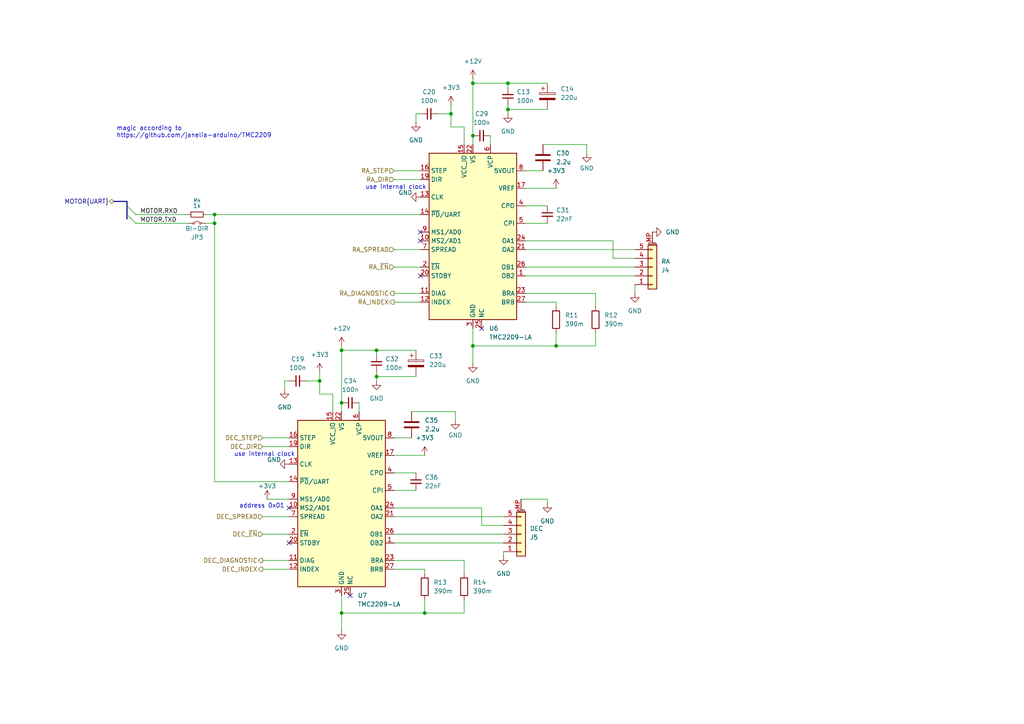
<source format=kicad_sch>
(kicad_sch (version 20250114) (generator "eeschema") (generator_version "9.0")
  (paper "A4")
  (lib_symbols
    (symbol "Connector_Generic_MountingPin:Conn_01x05_MountingPin" (pin_names (offset 1.016) (hide yes))
      (property "Reference" "J" (at 0 7.62 0))
      (property "Value" "Conn_01x05_MountingPin" (at 1.27 -7.62 0))
      (symbol "Conn_01x05_MountingPin_1_1"
        (rectangle (start -1.27 6.35) (end 1.27 -6.35) (stroke (width 0.254)) (fill (type background)))
        (rectangle (start -1.27 5.207) (end 0 4.953) (stroke (width 0.1524)))
        (rectangle (start -1.27 2.667) (end 0 2.413) (stroke (width 0.1524)))
        (rectangle (start -1.27 0.127) (end 0 -0.127) (stroke (width 0.1524)))
        (rectangle (start -1.27 -2.413) (end 0 -2.667) (stroke (width 0.1524)))
        (rectangle (start -1.27 -4.953) (end 0 -5.207) (stroke (width 0.1524)))
        (polyline (pts (xy -1.016 -7.112) (xy 1.016 -7.112)) (stroke (width 0.1524)))
        (text "Mounting" (at 0 -6.731 0) (effects (font (size 0.381 0.381))))
        (pin passive line (at -5.08 5.08 0) (length 3.81) (name "Pin_1") (number "1"))
        (pin passive line (at -5.08 2.54 0) (length 3.81) (name "Pin_2") (number "2"))
        (pin passive line (at -5.08 0 0) (length 3.81) (name "Pin_3") (number "3"))
        (pin passive line (at -5.08 -2.54 0) (length 3.81) (name "Pin_4") (number "4"))
        (pin passive line (at -5.08 -5.08 0) (length 3.81) (name "Pin_5") (number "5"))
        (pin passive line (at 0 -10.16 90) (length 3.048) (name "MountPin") (number "MP"))
      )
    )
    (symbol "Device:C" (pin_numbers (hide yes)) (pin_names (offset 0.254))
      (property "Reference" "C" (at 0.635 2.54 0))
      (property "Value" "C" (at 0.635 -2.54 0))
      (symbol "C_0_1"
        (polyline (pts (xy -2.032 0.762) (xy 2.032 0.762)) (stroke (width 0.508)))
        (polyline (pts (xy -2.032 -0.762) (xy 2.032 -0.762)) (stroke (width 0.508)))
      )
      (symbol "C_1_1"
        (pin passive line (at 0 3.81 270) (length 2.794) (name "~") (number "1"))
        (pin passive line (at 0 -3.81 90) (length 2.794) (name "~") (number "2"))
      )
    )
    (symbol "Device:C_Polarized" (pin_numbers (hide yes)) (pin_names (offset 0.254))
      (property "Reference" "C" (at 0.635 2.54 0))
      (property "Value" "C_Polarized" (at 0.635 -2.54 0))
      (symbol "C_Polarized_0_1"
        (rectangle (start -2.286 0.508) (end 2.286 1.016))
        (polyline (pts (xy -1.778 2.286) (xy -0.762 2.286)))
        (polyline (pts (xy -1.27 2.794) (xy -1.27 1.778)))
        (rectangle (start 2.286 -0.508) (end -2.286 -1.016) (fill (type outline)))
      )
      (symbol "C_Polarized_1_1"
        (pin passive line (at 0 3.81 270) (length 2.794) (name "~") (number "1"))
        (pin passive line (at 0 -3.81 90) (length 2.794) (name "~") (number "2"))
      )
    )
    (symbol "Device:C_Small" (pin_numbers (hide yes)) (pin_names (offset 0.254) (hide yes))
      (property "Reference" "C" (at 0.254 1.778 0))
      (property "Value" "C_Small" (at 0.254 -2.032 0))
      (symbol "C_Small_0_1"
        (polyline (pts (xy -1.524 0.508) (xy 1.524 0.508)) (stroke (width 0.3048)))
        (polyline (pts (xy -1.524 -0.508) (xy 1.524 -0.508)) (stroke (width 0.3302)))
      )
      (symbol "C_Small_1_1"
        (pin passive line (at 0 2.54 270) (length 2.032) (name "~") (number "1"))
        (pin passive line (at 0 -2.54 90) (length 2.032) (name "~") (number "2"))
      )
    )
    (symbol "Device:R" (pin_numbers (hide yes)) (pin_names (offset 0))
      (property "Reference" "R" (at 2.032 0 90))
      (property "Value" "R" (at 0 0 90))
      (symbol "R_0_1"
        (rectangle (start -1.016 -2.54) (end 1.016 2.54) (stroke (width 0.254)))
      )
      (symbol "R_1_1"
        (pin passive line (at 0 3.81 270) (length 1.27) (name "~") (number "1"))
        (pin passive line (at 0 -3.81 90) (length 1.27) (name "~") (number "2"))
      )
    )
    (symbol "Device:R_Small" (pin_numbers (hide yes)) (pin_names (offset 0.254) (hide yes))
      (property "Reference" "R" (at 0 0 90))
      (property "Value" "R_Small" (at 1.778 0 90))
      (symbol "R_Small_0_1"
        (rectangle (start -0.762 1.778) (end 0.762 -1.778) (stroke (width 0.2032)))
      )
      (symbol "R_Small_1_1"
        (pin passive line (at 0 2.54 270) (length 0.762) (name "~") (number "1"))
        (pin passive line (at 0 -2.54 90) (length 0.762) (name "~") (number "2"))
      )
    )
    (symbol "Driver_Motor:TMC2209-LA"
      (property "Reference" "U" (at -11.684 26.924 0))
      (property "Value" "TMC2209-LA" (at 13.208 26.924 0))
      (symbol "TMC2209-LA_0_1"
        (rectangle (start -12.7 25.4) (end 12.7 -22.86) (stroke (width 0.254)) (fill (type background)))
      )
      (symbol "TMC2209-LA_1_1"
        (pin input line (at -15.24 20.32 0) (length 2.54) (name "STEP") (number "16"))
        (pin input line (at -15.24 17.78 0) (length 2.54) (name "DIR") (number "19"))
        (pin input line (at -15.24 12.7 0) (length 2.54) (name "CLK") (number "13"))
        (pin bidirectional line (at -15.24 7.62 0) (length 2.54) (name "~{PD}/UART") (number "14"))
        (pin input line (at -15.24 2.54 0) (length 2.54) (name "MS1/AD0") (number "9"))
        (pin input line (at -15.24 0 0) (length 2.54) (name "MS2/AD1") (number "10"))
        (pin input line (at -15.24 -2.54 0) (length 2.54) (name "SPREAD") (number "7"))
        (pin input line (at -15.24 -7.62 0) (length 2.54) (name "~{EN}") (number "2"))
        (pin input line (at -15.24 -10.16 0) (length 2.54) (name "STDBY") (number "20"))
        (pin output line (at -15.24 -15.24 0) (length 2.54) (name "DIAG") (number "11"))
        (pin output line (at -15.24 -17.78 0) (length 2.54) (name "INDEX") (number "12"))
        (pin power_in line (at -2.54 27.94 270) (length 2.54) (name "VCC_IO") (number "15"))
        (pin power_in line (at 0 27.94 270) (length 2.54) (name "VS") (number "22"))
        (pin passive line (at 0 27.94 270) (length 2.54) (hide yes) (name "VS") (number "28"))
        (pin passive line (at 0 -25.4 90) (length 2.54) (hide yes) (name "GND") (number "18"))
        (pin passive line (at 0 -25.4 90) (length 2.54) (hide yes) (name "GND") (number "29"))
        (pin power_in line (at 0 -25.4 90) (length 2.54) (name "GND") (number "3"))
        (pin passive line (at 2.54 -25.4 90) (length 2.54) (name "NC") (number "25"))
        (pin output line (at 5.08 27.94 270) (length 2.54) (name "VCP") (number "6"))
        (pin power_out line (at 15.24 20.32 180) (length 2.54) (name "5VOUT") (number "8"))
        (pin passive line (at 15.24 15.24 180) (length 2.54) (name "VREF") (number "17"))
        (pin input line (at 15.24 10.16 180) (length 2.54) (name "CPO") (number "4"))
        (pin input line (at 15.24 5.08 180) (length 2.54) (name "CPI") (number "5"))
        (pin output line (at 15.24 0 180) (length 2.54) (name "OA1") (number "24"))
        (pin output line (at 15.24 -2.54 180) (length 2.54) (name "OA2") (number "21"))
        (pin output line (at 15.24 -7.62 180) (length 2.54) (name "OB1") (number "26"))
        (pin output line (at 15.24 -10.16 180) (length 2.54) (name "OB2") (number "1"))
        (pin input line (at 15.24 -15.24 180) (length 2.54) (name "BRA") (number "23"))
        (pin input line (at 15.24 -17.78 180) (length 2.54) (name "BRB") (number "27"))
      )
    )
    (symbol "Jumper:Jumper_2_Small_Bridged" (pin_numbers (hide yes)) (pin_names (offset 0) (hide yes))
      (property "Reference" "JP" (at 0 2.032 0))
      (property "Value" "Jumper_2_Small_Bridged" (at 0 -2.286 0))
      (symbol "Jumper_2_Small_Bridged_0_0"
        (circle (center -1.016 0) (radius 0.254))
        (circle (center 1.016 0) (radius 0.254))
      )
      (symbol "Jumper_2_Small_Bridged_0_1"
        (arc (start -0.762 0.254) (mid 0 0.5696) (end 0.762 0.254))
      )
      (symbol "Jumper_2_Small_Bridged_1_1"
        (pin passive line (at -2.54 0 0) (length 1.27) (name "A") (number "1"))
        (pin passive line (at 2.54 0 180) (length 1.27) (name "B") (number "2"))
      )
    )
    (symbol "power:+12V" (power) (pin_numbers (hide yes)) (pin_names (offset 0) (hide yes))
      (property "Value" "+12V" (at 0 3.556 0))
      (symbol "+12V_0_1"
        (polyline (pts (xy -0.762 1.27) (xy 0 2.54)))
        (polyline (pts (xy 0 2.54) (xy 0.762 1.27)))
        (polyline (pts (xy 0 0) (xy 0 2.54)))
      )
      (symbol "+12V_1_1"
        (pin power_in line (at 0 0 90) (length 0) (name "~") (number "1"))
      )
    )
    (symbol "power:+3V3" (power) (pin_numbers (hide yes)) (pin_names (offset 0) (hide yes))
      (property "Value" "+3V3" (at 0 3.556 0))
      (symbol "+3V3_0_1"
        (polyline (pts (xy -0.762 1.27) (xy 0 2.54)))
        (polyline (pts (xy 0 2.54) (xy 0.762 1.27)))
        (polyline (pts (xy 0 0) (xy 0 2.54)))
      )
      (symbol "+3V3_1_1"
        (pin power_in line (at 0 0 90) (length 0) (name "~") (number "1"))
      )
    )
    (symbol "power:GND" (power) (pin_numbers (hide yes)) (pin_names (offset 0) (hide yes))
      (property "Value" "GND" (at 0 -3.81 0))
      (symbol "GND_0_1"
        (polyline (pts (xy 0 0) (xy 0 -1.27) (xy 1.27 -1.27) (xy 0 -2.54) (xy -1.27 -1.27) (xy 0 -1.27)))
      )
      (symbol "GND_1_1"
        (pin power_in line (at 0 0 270) (length 0) (name "~") (number "1"))
      )
    )
  )
  (text "address 0x01" (at 75.946 146.812 0) (effects (font (size 1.27 1.27))))
  (text "magic according to\nhttps://github.com/janelia-arduino/TMC2209" (at 33.782 38.354 0) (effects (font (size 1.27 1.27)) (justify left)))
  (text "use internal clock" (at 114.808 54.356 0) (effects (font (size 1.27 1.27))))
  (text "use internal clock" (at 76.708 131.826 0) (effects (font (size 1.27 1.27))))
  (junction (at 137.16 39.37))
  (junction (at 92.71 110.49))
  (junction (at 62.23 64.77))
  (junction (at 147.32 24.13))
  (junction (at 99.06 116.84))
  (junction (at 130.81 33.02))
  (junction (at 109.22 109.22))
  (junction (at 137.16 100.33))
  (junction (at 147.32 31.75))
  (junction (at 99.06 101.6))
  (junction (at 137.16 24.13))
  (junction (at 123.19 177.8))
  (junction (at 161.29 100.33))
  (junction (at 62.23 62.23))
  (junction (at 99.06 177.8))
  (junction (at 109.22 101.6))
  (no_connect (at 121.92 67.31))
  (no_connect (at 139.7 95.25))
  (no_connect (at 121.92 69.85))
  (no_connect (at 83.82 157.48))
  (no_connect (at 83.82 147.32))
  (no_connect (at 101.6 172.72))
  (no_connect (at 121.92 80.01))
  (bus_entry (at 36.83 62.23) (size 2.54 2.54))
  (bus_entry (at 36.83 59.69) (size 2.54 2.54))
  (wire (pts (xy 62.23 62.23) (xy 62.23 64.77)))
  (wire (pts (xy 88.9 110.49) (xy 92.71 110.49)))
  (wire (pts (xy 99.06 100.33) (xy 99.06 101.6)))
  (wire (pts (xy 76.2 165.1) (xy 83.82 165.1)))
  (wire (pts (xy 137.16 39.37) (xy 137.16 41.91)))
  (wire (pts (xy 114.3 154.94) (xy 146.05 154.94)))
  (wire (pts (xy 114.3 157.48) (xy 146.05 157.48)))
  (wire (pts (xy 146.05 160.02) (xy 146.05 161.29)))
  (wire (pts (xy 114.3 137.16) (xy 120.65 137.16)))
  (wire (pts (xy 92.71 114.3) (xy 96.52 114.3)))
  (wire (pts (xy 137.16 95.25) (xy 137.16 100.33)))
  (wire (pts (xy 109.22 102.87) (xy 109.22 101.6)))
  (wire (pts (xy 76.2 154.94) (xy 83.82 154.94)))
  (wire (pts (xy 114.3 49.53) (xy 121.92 49.53)))
  (wire (pts (xy 134.62 166.37) (xy 134.62 162.56)))
  (wire (pts (xy 104.14 116.84) (xy 104.14 119.38)))
  (wire (pts (xy 114.3 72.39) (xy 121.92 72.39)))
  (wire (pts (xy 62.23 139.7) (xy 83.82 139.7)))
  (wire (pts (xy 130.81 36.83) (xy 134.62 36.83)))
  (wire (pts (xy 134.62 173.99) (xy 134.62 177.8)))
  (wire (pts (xy 137.16 100.33) (xy 161.29 100.33)))
  (wire (pts (xy 147.32 33.02) (xy 147.32 31.75)))
  (wire (pts (xy 123.19 166.37) (xy 123.19 165.1)))
  (wire (pts (xy 152.4 87.63) (xy 161.29 87.63)))
  (wire (pts (xy 114.3 77.47) (xy 121.92 77.47)))
  (wire (pts (xy 39.37 62.23) (xy 54.61 62.23)))
  (wire (pts (xy 123.19 132.08) (xy 114.3 132.08)))
  (wire (pts (xy 130.81 30.48) (xy 130.81 33.02)))
  (wire (pts (xy 120.65 33.02) (xy 121.92 33.02)))
  (wire (pts (xy 99.06 177.8) (xy 99.06 182.88)))
  (wire (pts (xy 114.3 85.09) (xy 121.92 85.09)))
  (wire (pts (xy 130.81 33.02) (xy 130.81 36.83)))
  (wire (pts (xy 123.19 177.8) (xy 123.19 173.99)))
  (wire (pts (xy 151.13 144.78) (xy 158.75 144.78)))
  (wire (pts (xy 147.32 31.75) (xy 158.75 31.75)))
  (wire (pts (xy 39.37 64.77) (xy 54.61 64.77)))
  (wire (pts (xy 109.22 109.22) (xy 120.65 109.22)))
  (wire (pts (xy 76.2 162.56) (xy 83.82 162.56)))
  (wire (pts (xy 184.15 82.55) (xy 184.15 85.09)))
  (wire (pts (xy 132.08 119.38) (xy 132.08 121.92)))
  (wire (pts (xy 147.32 31.75) (xy 147.32 30.48)))
  (wire (pts (xy 161.29 100.33) (xy 161.29 96.52)))
  (wire (pts (xy 158.75 144.78) (xy 158.75 146.05)))
  (wire (pts (xy 134.62 177.8) (xy 123.19 177.8)))
  (bus (pts (xy 36.83 62.23) (xy 36.83 63.5)))
  (wire (pts (xy 114.3 87.63) (xy 121.92 87.63)))
  (wire (pts (xy 157.48 41.91) (xy 170.18 41.91)))
  (bus (pts (xy 36.83 59.69) (xy 36.83 62.23)))
  (wire (pts (xy 137.16 100.33) (xy 137.16 105.41)))
  (wire (pts (xy 137.16 24.13) (xy 137.16 39.37)))
  (wire (pts (xy 152.4 64.77) (xy 158.75 64.77)))
  (wire (pts (xy 62.23 62.23) (xy 121.92 62.23)))
  (wire (pts (xy 99.06 101.6) (xy 99.06 116.84)))
  (wire (pts (xy 134.62 36.83) (xy 134.62 41.91)))
  (wire (pts (xy 134.62 162.56) (xy 114.3 162.56)))
  (wire (pts (xy 127 33.02) (xy 130.81 33.02)))
  (wire (pts (xy 114.3 149.86) (xy 146.05 149.86)))
  (wire (pts (xy 172.72 100.33) (xy 161.29 100.33)))
  (wire (pts (xy 114.3 52.07) (xy 121.92 52.07)))
  (wire (pts (xy 161.29 88.9) (xy 161.29 87.63)))
  (wire (pts (xy 142.24 39.37) (xy 142.24 41.91)))
  (wire (pts (xy 82.55 110.49) (xy 83.82 110.49)))
  (wire (pts (xy 147.32 24.13) (xy 158.75 24.13)))
  (wire (pts (xy 62.23 64.77) (xy 62.23 139.7)))
  (wire (pts (xy 82.55 113.03) (xy 82.55 110.49)))
  (wire (pts (xy 114.3 142.24) (xy 120.65 142.24)))
  (wire (pts (xy 76.2 127) (xy 83.82 127)))
  (wire (pts (xy 59.69 64.77) (xy 62.23 64.77)))
  (wire (pts (xy 152.4 59.69) (xy 158.75 59.69)))
  (wire (pts (xy 59.69 62.23) (xy 62.23 62.23)))
  (wire (pts (xy 76.2 149.86) (xy 83.82 149.86)))
  (bus (pts (xy 33.02 58.42) (xy 36.83 58.42)))
  (wire (pts (xy 177.8 69.85) (xy 177.8 74.93)))
  (wire (pts (xy 92.71 107.95) (xy 92.71 110.49)))
  (wire (pts (xy 99.06 172.72) (xy 99.06 177.8)))
  (wire (pts (xy 139.7 147.32) (xy 139.7 152.4)))
  (wire (pts (xy 172.72 88.9) (xy 172.72 85.09)))
  (wire (pts (xy 99.06 116.84) (xy 99.06 119.38)))
  (wire (pts (xy 139.7 152.4) (xy 146.05 152.4)))
  (wire (pts (xy 172.72 85.09) (xy 152.4 85.09)))
  (wire (pts (xy 114.3 127) (xy 119.38 127)))
  (wire (pts (xy 119.38 119.38) (xy 132.08 119.38)))
  (wire (pts (xy 76.2 129.54) (xy 83.82 129.54)))
  (wire (pts (xy 96.52 114.3) (xy 96.52 119.38)))
  (wire (pts (xy 170.18 41.91) (xy 170.18 44.45)))
  (wire (pts (xy 152.4 77.47) (xy 184.15 77.47)))
  (wire (pts (xy 114.3 165.1) (xy 123.19 165.1)))
  (wire (pts (xy 161.29 54.61) (xy 152.4 54.61)))
  (wire (pts (xy 77.47 144.78) (xy 83.82 144.78)))
  (wire (pts (xy 109.22 101.6) (xy 120.65 101.6)))
  (wire (pts (xy 172.72 96.52) (xy 172.72 100.33)))
  (wire (pts (xy 109.22 109.22) (xy 109.22 107.95)))
  (wire (pts (xy 99.06 101.6) (xy 109.22 101.6)))
  (wire (pts (xy 152.4 72.39) (xy 184.15 72.39)))
  (wire (pts (xy 137.16 24.13) (xy 147.32 24.13)))
  (wire (pts (xy 152.4 49.53) (xy 157.48 49.53)))
  (wire (pts (xy 92.71 110.49) (xy 92.71 114.3)))
  (wire (pts (xy 120.65 35.56) (xy 120.65 33.02)))
  (bus (pts (xy 36.83 58.42) (xy 36.83 59.69)))
  (wire (pts (xy 99.06 177.8) (xy 123.19 177.8)))
  (wire (pts (xy 177.8 74.93) (xy 184.15 74.93)))
  (wire (pts (xy 147.32 25.4) (xy 147.32 24.13)))
  (wire (pts (xy 177.8 69.85) (xy 152.4 69.85)))
  (wire (pts (xy 137.16 22.86) (xy 137.16 24.13)))
  (wire (pts (xy 152.4 80.01) (xy 184.15 80.01)))
  (wire (pts (xy 139.7 147.32) (xy 114.3 147.32)))
  (wire (pts (xy 109.22 110.49) (xy 109.22 109.22)))
  (label "MOTOR.RXD" (at 40.64 62.23 0))
  (label "MOTOR.TXD" (at 40.64 64.77 0))
  (hierarchical_label "DEC_STEP" (shape input) (at 76.2 127 180))
  (hierarchical_label "DEC_INDEX" (shape output) (at 76.2 165.1 180))
  (hierarchical_label "DEC_SPREAD" (shape input) (at 76.2 149.86 180))
  (hierarchical_label "RA_DIR" (shape input) (at 114.3 52.07 180))
  (hierarchical_label "MOTOR{UART}" (shape bidirectional) (at 33.02 58.42 180))
  (hierarchical_label "RA_SPREAD" (shape input) (at 114.3 72.39 180))
  (hierarchical_label "RA_INDEX" (shape output) (at 114.3 87.63 180))
  (hierarchical_label "RA_DIAGNOSTIC" (shape output) (at 114.3 85.09 180))
  (hierarchical_label "DEC_~{EN}" (shape input) (at 76.2 154.94 180))
  (hierarchical_label "RA_~{EN}" (shape input) (at 114.3 77.47 180))
  (hierarchical_label "DEC_DIAGNOSTIC" (shape output) (at 76.2 162.56 180))
  (hierarchical_label "RA_STEP" (shape input) (at 114.3 49.53 180))
  (hierarchical_label "DEC_DIR" (shape input) (at 76.2 129.54 180))
  (symbol (lib_id "Device:R") (at 172.72 92.71 0) (unit 1)
    (property "Reference" "R12" (at 175.26 91.4399 0) (effects (justify left)))
    (property "Value" "390m" (at 175.26 93.9799 0) (effects (justify left)))
    (property "Footprint" "Resistor_SMD:R_1206_3216Metric" (effects (hide yes)))
    (property "Description" "Resistor" (effects (hide yes)))
    (property "LCSC" "C188072" (effects (hide yes)))
  )
  (symbol (lib_id "power:GND") (at 158.75 146.05 0) (unit 1)
    (property "Reference" "#PWR045" (effects (hide yes)))
    (property "Value" "GND" (at 158.75 151.13 0))
    (property "Description" "Power symbol creates a global label with name \"GND\" , ground" (effects (hide yes)))
  )
  (symbol (lib_id "Driver_Motor:TMC2209-LA") (at 137.16 69.85 0) (unit 1)
    (property "Reference" "U6" (at 141.8433 95.25 0) (effects (justify left)))
    (property "Value" "TMC2209-LA" (at 141.8433 97.79 0) (effects (justify left)))
    (property "Footprint" "Package_DFN_QFN:VQFN-28-1EP_5x5mm_P0.5mm_EP3.7x3.7mm" (effects (hide yes)))
    (property "Datasheet" "https://www.analog.com/media/en/technical-documentation/data-sheets/TMC2209_datasheet_rev1.09.pdf" (effects (hide yes)))
    (property "Description" "2-phase stepper motor driver, 256 µSteps, 2.8A peak, 2.0A RMS, VS = 4.75..29V, STEP/DIR and UART interface, VQFN-28" (effects (hide yes)))
    (property "LCSC" "C2150710" (effects (hide yes)))
  )
  (symbol (lib_id "Device:R") (at 134.62 170.18 0) (unit 1)
    (property "Reference" "R14" (at 137.16 168.9099 0) (effects (justify left)))
    (property "Value" "390m" (at 137.16 171.4499 0) (effects (justify left)))
    (property "Footprint" "Resistor_SMD:R_1206_3216Metric" (effects (hide yes)))
    (property "Description" "Resistor" (effects (hide yes)))
    (property "LCSC" "C188072" (effects (hide yes)))
  )
  (symbol (lib_id "power:GND") (at 83.82 134.62 270) (unit 1)
    (property "Reference" "#PWR058" (effects (hide yes)))
    (property "Value" "GND" (at 81.534 133.35 90) (effects (justify right)))
    (property "Description" "Power symbol creates a global label with name \"GND\" , ground" (effects (hide yes)))
  )
  (symbol (lib_id "Device:R") (at 123.19 170.18 0) (unit 1)
    (property "Reference" "R13" (at 125.73 168.9099 0) (effects (justify left)))
    (property "Value" "390m" (at 125.73 171.4499 0) (effects (justify left)))
    (property "Footprint" "Resistor_SMD:R_1206_3216Metric" (effects (hide yes)))
    (property "Description" "Resistor" (effects (hide yes)))
    (property "LCSC" "C188072" (effects (hide yes)))
  )
  (symbol (lib_id "power:+12V") (at 99.06 100.33 0) (unit 1)
    (property "Reference" "#PWR014" (effects (hide yes)))
    (property "Value" "+12V" (at 99.06 95.25 0))
    (property "Description" "Power symbol creates a global label with name \"+12V\"" (effects (hide yes)))
  )
  (symbol (lib_id "power:GND") (at 109.22 110.49 0) (unit 1)
    (property "Reference" "#PWR055" (effects (hide yes)))
    (property "Value" "GND" (at 109.22 115.57 0))
    (property "Description" "Power symbol creates a global label with name \"GND\" , ground" (effects (hide yes)))
  )
  (symbol (lib_id "Device:C_Small") (at 101.6 116.84 90) (unit 1)
    (property "Reference" "C34" (at 101.6063 110.49 90))
    (property "Value" "100n" (at 101.6063 113.03 90))
    (property "Footprint" "Capacitor_SMD:C_0402_1005Metric" (effects (hide yes)))
    (property "Description" "Unpolarized capacitor, small symbol" (effects (hide yes)))
    (property "LCSC" "C1525" (effects (hide yes)))
  )
  (symbol (lib_id "power:GND") (at 121.92 57.15 270) (unit 1)
    (property "Reference" "#PWR050" (effects (hide yes)))
    (property "Value" "GND" (at 119.634 55.88 90) (effects (justify right)))
    (property "Description" "Power symbol creates a global label with name \"GND\" , ground" (effects (hide yes)))
  )
  (symbol (lib_id "Device:C_Small") (at 109.22 105.41 180) (unit 1)
    (property "Reference" "C32" (at 111.76 104.1335 0) (effects (justify right)))
    (property "Value" "100n" (at 111.76 106.6735 0) (effects (justify right)))
    (property "Footprint" "Capacitor_SMD:C_0402_1005Metric" (effects (hide yes)))
    (property "Description" "Unpolarized capacitor, small symbol" (effects (hide yes)))
    (property "LCSC" "C1525" (effects (hide yes)))
  )
  (symbol (lib_id "power:GND") (at 170.18 44.45 0) (unit 1)
    (property "Reference" "#PWR048" (effects (hide yes)))
    (property "Value" "GND" (at 170.18 48.768 0))
    (property "Description" "Power symbol creates a global label with name \"GND\" , ground" (effects (hide yes)))
  )
  (symbol (lib_id "Device:C_Small") (at 120.65 139.7 0) (unit 1)
    (property "Reference" "C36" (at 123.19 138.4362 0) (effects (justify left)))
    (property "Value" "22nF" (at 123.19 140.9762 0) (effects (justify left)))
    (property "Footprint" "Capacitor_SMD:C_0603_1608Metric" (effects (hide yes)))
    (property "Description" "Unpolarized capacitor, small symbol" (effects (hide yes)))
    (property "LCSC" "C21122" (effects (hide yes)))
  )
  (symbol (lib_id "Device:C_Small") (at 139.7 39.37 90) (unit 1)
    (property "Reference" "C29" (at 139.7063 33.02 90))
    (property "Value" "100n" (at 139.7063 35.56 90))
    (property "Footprint" "Capacitor_SMD:C_0402_1005Metric" (effects (hide yes)))
    (property "Description" "Unpolarized capacitor, small symbol" (effects (hide yes)))
    (property "LCSC" "C1525" (effects (hide yes)))
  )
  (symbol (lib_id "Device:C_Polarized") (at 120.65 105.41 0) (unit 1)
    (property "Reference" "C33" (at 124.46 103.2509 0) (effects (justify left)))
    (property "Value" "220u" (at 124.46 105.7909 0) (effects (justify left)))
    (property "Footprint" "Capacitor_SMD:C_Elec_6.3x7.7" (effects (hide yes)))
    (property "Description" "Polarized capacitor" (effects (hide yes)))
    (property "LCSC" "C5246541" (effects (hide yes)))
  )
  (symbol (lib_id "power:GND") (at 82.55 113.03 0) (unit 1)
    (property "Reference" "#PWR052" (effects (hide yes)))
    (property "Value" "GND" (at 82.55 118.11 0))
    (property "Description" "Power symbol creates a global label with name \"GND\" , ground" (effects (hide yes)))
  )
  (symbol (lib_id "power:GND") (at 147.32 33.02 0) (unit 1)
    (property "Reference" "#PWR047" (effects (hide yes)))
    (property "Value" "GND" (at 147.32 38.1 0))
    (property "Description" "Power symbol creates a global label with name \"GND\" , ground" (effects (hide yes)))
  )
  (symbol (lib_id "power:+3V3") (at 92.71 107.95 0) (unit 1)
    (property "Reference" "#PWR054" (effects (hide yes)))
    (property "Value" "+3V3" (at 92.71 102.87 0))
    (property "Description" "Power symbol creates a global label with name \"+3V3\"" (effects (hide yes)))
  )
  (symbol (lib_id "Jumper:Jumper_2_Small_Bridged") (at 57.15 64.77 0) (mirror y) (unit 1)
    (property "Reference" "JP3" (at 57.15 68.834 0))
    (property "Value" "BI-DIR" (at 57.15 66.294 0))
    (property "Footprint" "Jumper:SolderJumper-2_P1.3mm_Bridged_RoundedPad1.0x1.5mm" (effects (hide yes)))
    (property "Description" "Jumper, 2-pole, small symbol, bridged" (effects (hide yes)))
  )
  (symbol (lib_id "Connector_Generic_MountingPin:Conn_01x05_MountingPin") (at 189.23 77.47 0) (mirror x) (unit 1)
    (property "Reference" "J4" (at 191.77 78.3845 0) (effects (justify left)))
    (property "Value" "RA" (at 191.77 75.8445 0) (effects (justify left)))
    (property "Footprint" "Connector_JST:JST_PH_B5B-PH-SM4-TB_1x05-1MP_P2.00mm_Vertical" (effects (hide yes)))
    (property "Description" "Generic connectable mounting pin connector, single row, 01x05, script generated (kicad-library-utils/schlib/autogen/connector/)" (effects (hide yes)))
    (property "LCSC" "C265085" (effects (hide yes)))
  )
  (symbol (lib_id "power:+12V") (at 137.16 22.86 0) (unit 1)
    (property "Reference" "#PWR07" (effects (hide yes)))
    (property "Value" "+12V" (at 137.16 17.78 0))
    (property "Description" "Power symbol creates a global label with name \"+12V\"" (effects (hide yes)))
  )
  (symbol (lib_id "Connector_Generic_MountingPin:Conn_01x05_MountingPin") (at 151.13 154.94 0) (mirror x) (unit 1)
    (property "Reference" "J5" (at 153.67 155.8545 0) (effects (justify left)))
    (property "Value" "DEC" (at 153.67 153.3145 0) (effects (justify left)))
    (property "Footprint" "Connector_JST:JST_PH_B5B-PH-SM4-TB_1x05-1MP_P2.00mm_Vertical" (effects (hide yes)))
    (property "Description" "Generic connectable mounting pin connector, single row, 01x05, script generated (kicad-library-utils/schlib/autogen/connector/)" (effects (hide yes)))
    (property "LCSC" "C265085" (effects (hide yes)))
  )
  (symbol (lib_id "power:+3V3") (at 77.47 144.78 0) (unit 1)
    (property "Reference" "#PWR059" (effects (hide yes)))
    (property "Value" "+3V3" (at 77.47 140.97 0))
    (property "Description" "Power symbol creates a global label with name \"+3V3\"" (effects (hide yes)))
  )
  (symbol (lib_id "Device:C_Small") (at 158.75 62.23 0) (unit 1)
    (property "Reference" "C31" (at 161.29 60.9662 0) (effects (justify left)))
    (property "Value" "22nF" (at 161.29 63.5062 0) (effects (justify left)))
    (property "Footprint" "Capacitor_SMD:C_0603_1608Metric" (effects (hide yes)))
    (property "Description" "Unpolarized capacitor, small symbol" (effects (hide yes)))
    (property "LCSC" "C21122" (effects (hide yes)))
  )
  (symbol (lib_id "power:GND") (at 146.05 161.29 0) (unit 1)
    (property "Reference" "#PWR060" (effects (hide yes)))
    (property "Value" "GND" (at 146.05 166.37 0))
    (property "Description" "Power symbol creates a global label with name \"GND\" , ground" (effects (hide yes)))
  )
  (symbol (lib_id "power:GND") (at 137.16 105.41 0) (unit 1)
    (property "Reference" "#PWR053" (effects (hide yes)))
    (property "Value" "GND" (at 137.16 110.49 0))
    (property "Description" "Power symbol creates a global label with name \"GND\" , ground" (effects (hide yes)))
  )
  (symbol (lib_id "Device:C") (at 119.38 123.19 0) (unit 1)
    (property "Reference" "C35" (at 123.19 121.9199 0) (effects (justify left)))
    (property "Value" "2.2u" (at 123.19 124.4599 0) (effects (justify left)))
    (property "Footprint" "Capacitor_SMD:C_0603_1608Metric" (effects (hide yes)))
    (property "Description" "Unpolarized capacitor" (effects (hide yes)))
    (property "LCSC" "C23630" (effects (hide yes)))
  )
  (symbol (lib_id "power:+3V3") (at 161.29 54.61 0) (unit 1)
    (property "Reference" "#PWR049" (effects (hide yes)))
    (property "Value" "+3V3" (at 161.29 49.53 0))
    (property "Description" "Power symbol creates a global label with name \"+3V3\"" (effects (hide yes)))
  )
  (symbol (lib_id "Device:C_Small") (at 86.36 110.49 90) (unit 1)
    (property "Reference" "C19" (at 86.3663 104.14 90))
    (property "Value" "100n" (at 86.3663 106.68 90))
    (property "Footprint" "Capacitor_SMD:C_0402_1005Metric" (effects (hide yes)))
    (property "Description" "Unpolarized capacitor, small symbol" (effects (hide yes)))
    (property "LCSC" "C1525" (effects (hide yes)))
  )
  (symbol (lib_id "Device:C_Polarized") (at 158.75 27.94 0) (unit 1)
    (property "Reference" "C14" (at 162.56 25.7809 0) (effects (justify left)))
    (property "Value" "220u" (at 162.56 28.3209 0) (effects (justify left)))
    (property "Footprint" "Capacitor_SMD:C_Elec_6.3x7.7" (effects (hide yes)))
    (property "Description" "Polarized capacitor" (effects (hide yes)))
    (property "LCSC" "C5246541" (effects (hide yes)))
  )
  (symbol (lib_id "power:+3V3") (at 130.81 30.48 0) (unit 1)
    (property "Reference" "#PWR046" (effects (hide yes)))
    (property "Value" "+3V3" (at 130.81 25.4 0))
    (property "Description" "Power symbol creates a global label with name \"+3V3\"" (effects (hide yes)))
  )
  (symbol (lib_id "Device:C_Small") (at 147.32 27.94 180) (unit 1)
    (property "Reference" "C13" (at 149.86 26.6635 0) (effects (justify right)))
    (property "Value" "100n" (at 149.86 29.2035 0) (effects (justify right)))
    (property "Footprint" "Capacitor_SMD:C_0402_1005Metric" (effects (hide yes)))
    (property "Description" "Unpolarized capacitor, small symbol" (effects (hide yes)))
    (property "LCSC" "C1525" (effects (hide yes)))
  )
  (symbol (lib_id "Device:R_Small") (at 57.15 62.23 270) (mirror x) (unit 1)
    (property "Reference" "R4" (at 57.15 58.166 90) (effects (font (size 1.016 1.016))))
    (property "Value" "1k" (at 57.15 59.69 90))
    (property "Footprint" "Resistor_SMD:R_0402_1005Metric" (effects (hide yes)))
    (property "Description" "Resistor, small symbol" (effects (hide yes)))
    (property "LCSC" "C11702" (effects (hide yes)))
  )
  (symbol (lib_id "Device:C") (at 157.48 45.72 0) (unit 1)
    (property "Reference" "C30" (at 161.29 44.4499 0) (effects (justify left)))
    (property "Value" "2.2u" (at 161.29 46.9899 0) (effects (justify left)))
    (property "Footprint" "Capacitor_SMD:C_0603_1608Metric" (effects (hide yes)))
    (property "Description" "Unpolarized capacitor" (effects (hide yes)))
    (property "LCSC" "C23630" (effects (hide yes)))
  )
  (symbol (lib_id "power:GND") (at 132.08 121.92 0) (unit 1)
    (property "Reference" "#PWR056" (effects (hide yes)))
    (property "Value" "GND" (at 132.08 126.238 0))
    (property "Description" "Power symbol creates a global label with name \"GND\" , ground" (effects (hide yes)))
  )
  (symbol (lib_id "power:GND") (at 184.15 85.09 0) (unit 1)
    (property "Reference" "#PWR051" (effects (hide yes)))
    (property "Value" "GND" (at 184.15 90.17 0))
    (property "Description" "Power symbol creates a global label with name \"GND\" , ground" (effects (hide yes)))
  )
  (symbol (lib_id "power:GND") (at 99.06 182.88 0) (unit 1)
    (property "Reference" "#PWR061" (effects (hide yes)))
    (property "Value" "GND" (at 99.06 187.96 0))
    (property "Description" "Power symbol creates a global label with name \"GND\" , ground" (effects (hide yes)))
  )
  (symbol (lib_id "power:GND") (at 189.23 67.31 90) (unit 1)
    (property "Reference" "#PWR044" (effects (hide yes)))
    (property "Value" "GND" (at 193.04 67.3099 90) (effects (justify right)))
    (property "Description" "Power symbol creates a global label with name \"GND\" , ground" (effects (hide yes)))
  )
  (symbol (lib_id "power:GND") (at 120.65 35.56 0) (unit 1)
    (property "Reference" "#PWR062" (effects (hide yes)))
    (property "Value" "GND" (at 120.65 40.64 0))
    (property "Description" "Power symbol creates a global label with name \"GND\" , ground" (effects (hide yes)))
  )
  (symbol (lib_id "Device:C_Small") (at 124.46 33.02 90) (unit 1)
    (property "Reference" "C20" (at 124.4663 26.67 90))
    (property "Value" "100n" (at 124.4663 29.21 90))
    (property "Footprint" "Capacitor_SMD:C_0402_1005Metric" (effects (hide yes)))
    (property "Description" "Unpolarized capacitor, small symbol" (effects (hide yes)))
    (property "LCSC" "C1525" (effects (hide yes)))
  )
  (symbol (lib_id "power:+3V3") (at 123.19 132.08 0) (unit 1)
    (property "Reference" "#PWR057" (effects (hide yes)))
    (property "Value" "+3V3" (at 123.19 127 0))
    (property "Description" "Power symbol creates a global label with name \"+3V3\"" (effects (hide yes)))
  )
  (symbol (lib_id "Device:R") (at 161.29 92.71 0) (unit 1)
    (property "Reference" "R11" (at 163.83 91.4399 0) (effects (justify left)))
    (property "Value" "390m" (at 163.83 93.9799 0) (effects (justify left)))
    (property "Footprint" "Resistor_SMD:R_1206_3216Metric" (effects (hide yes)))
    (property "Description" "Resistor" (effects (hide yes)))
    (property "LCSC" "C188072" (effects (hide yes)))
  )
  (symbol (lib_id "Driver_Motor:TMC2209-LA") (at 99.06 147.32 0) (unit 1)
    (property "Reference" "U7" (at 103.7433 172.72 0) (effects (justify left)))
    (property "Value" "TMC2209-LA" (at 103.7433 175.26 0) (effects (justify left)))
    (property "Footprint" "Package_DFN_QFN:VQFN-28-1EP_5x5mm_P0.5mm_EP3.7x3.7mm" (effects (hide yes)))
    (property "Datasheet" "https://www.analog.com/media/en/technical-documentation/data-sheets/TMC2209_datasheet_rev1.09.pdf" (effects (hide yes)))
    (property "Description" "2-phase stepper motor driver, 256 µSteps, 2.8A peak, 2.0A RMS, VS = 4.75..29V, STEP/DIR and UART interface, VQFN-28" (effects (hide yes)))
    (property "LCSC" "C2150710" (effects (hide yes)))
  )
)
</source>
